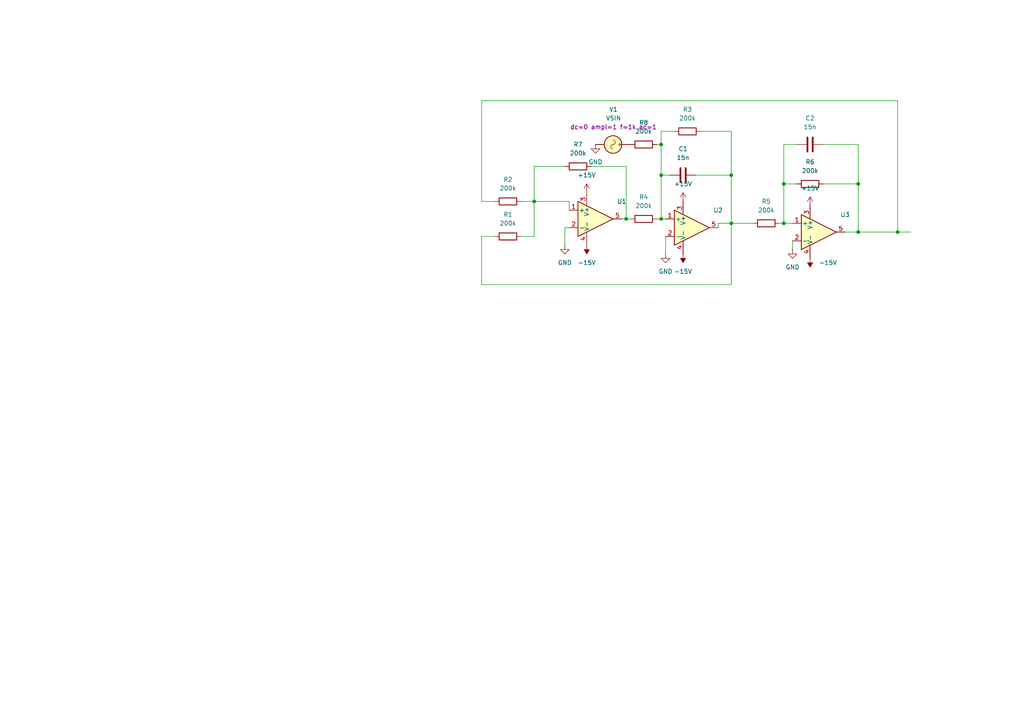
<source format=kicad_sch>
(kicad_sch (version 20231120) (generator "eeschema") (generator_version "8.0")
  (paper "A4")
  (lib_symbols
    (symbol "Device:C" (pin_numbers hide) (pin_names (offset 0.254))
      (property "Reference" "C" (at 0.635 2.54 0))
      (property "Value" "C" (at 0.635 -2.54 0))
      (symbol "C_0_1"
        (polyline (pts (xy -2.032 -0.762) (xy 2.032 -0.762)) (stroke (width 0.508)))
        (polyline (pts (xy -2.032 0.762) (xy 2.032 0.762)) (stroke (width 0.508)))
      )
      (symbol "C_1_1"
        (pin passive line (at 0 3.81 270) (length 2.794) (name "~") (number "1"))
        (pin passive line (at 0 -3.81 90) (length 2.794) (name "~") (number "2"))
      )
    )
    (symbol "Device:R" (pin_numbers hide) (pin_names (offset 0))
      (property "Reference" "R" (at 2.032 0 90))
      (property "Value" "R" (at 0 0 90))
      (symbol "R_0_1"
        (rectangle (start -1.016 -2.54) (end 1.016 2.54) (stroke (width 0.254)))
      )
      (symbol "R_1_1"
        (pin passive line (at 0 3.81 270) (length 1.27) (name "~") (number "1"))
        (pin passive line (at 0 -3.81 90) (length 1.27) (name "~") (number "2"))
      )
    )
    (symbol "Simulation_SPICE:OPAMP" (pin_names (offset 0.254))
      (property "Reference" "U" (at 3.81 3.175 0))
      (property "Value" "${SIM.PARAMS}" (at 3.81 -3.175 0))
      (symbol "OPAMP_0_1"
        (polyline (pts (xy 5.08 0) (xy -5.08 5.08) (xy -5.08 -5.08) (xy 5.08 0)) (stroke (width 0.254)) (fill (type background)))
      )
      (symbol "OPAMP_1_1"
        (pin input line (at -7.62 2.54 0) (length 2.54) (name "+") (number "1"))
        (pin input line (at -7.62 -2.54 0) (length 2.54) (name "-") (number "2"))
        (pin power_in line (at -2.54 7.62 270) (length 3.81) (name "V+") (number "3"))
        (pin power_in line (at -2.54 -7.62 90) (length 3.81) (name "V-") (number "4"))
        (pin output line (at 7.62 0 180) (length 2.54) (name "~") (number "5"))
      )
    )
    (symbol "Simulation_SPICE:VSIN" (pin_numbers hide) (pin_names (offset 0.0254))
      (property "Reference" "V" (at 2.54 2.54 0))
      (property "Value" "VSIN" (at 2.54 0 0))
      (property "Sim.Params" "dc=0 ampl=1 f=1k ac=1" (at 2.54 -2.54 0))
      (symbol "VSIN_0_0"
        (arc (start 0 0) (mid -0.635 0.6323) (end -1.27 0))
        (arc (start 0 0) (mid 0.635 -0.6323) (end 1.27 0))
        (text "+" (at 0 1.905 0) (effects (font (size 1.27 1.27))))
      )
      (symbol "VSIN_0_1"
        (circle (center 0 0) (radius 2.54) (stroke (width 0.254)) (fill (type background)))
      )
      (symbol "VSIN_1_1"
        (pin passive line (at 0 5.08 270) (length 2.54) (name "~") (number "1"))
        (pin passive line (at 0 -5.08 90) (length 2.54) (name "~") (number "2"))
      )
    )
    (symbol "power:+15V" (power) (pin_numbers hide) (pin_names (offset 0) hide)
      (property "Value" "+15V" (at 0 3.556 0))
      (symbol "+15V_0_1"
        (polyline (pts (xy -0.762 1.27) (xy 0 2.54)))
        (polyline (pts (xy 0 0) (xy 0 2.54)))
        (polyline (pts (xy 0 2.54) (xy 0.762 1.27)))
      )
      (symbol "+15V_1_1"
        (pin power_in line (at 0 0 90) (length 0) (name "~") (number "1"))
      )
    )
    (symbol "power:-15V" (power) (pin_numbers hide) (pin_names (offset 0) hide)
      (property "Value" "-15V" (at 0 3.556 0))
      (symbol "-15V_0_0"
        (pin power_in line (at 0 0 90) (length 0) (name "~") (number "1"))
      )
      (symbol "-15V_0_1"
        (polyline (pts (xy 0 0) (xy 0 1.27) (xy 0.762 1.27) (xy 0 2.54) (xy -0.762 1.27) (xy 0 1.27)) (fill (type outline)))
      )
    )
    (symbol "power:GND" (power) (pin_numbers hide) (pin_names (offset 0) hide)
      (property "Value" "GND" (at 0 -3.81 0))
      (symbol "GND_0_1"
        (polyline (pts (xy 0 0) (xy 0 -1.27) (xy 1.27 -1.27) (xy 0 -2.54) (xy -1.27 -1.27) (xy 0 -1.27)))
      )
      (symbol "GND_1_1"
        (pin power_in line (at 0 0 270) (length 0) (name "~") (number "1"))
      )
    )
  )
  (junction (at 191.77 63.5))
  (junction (at 181.61 63.5))
  (junction (at 260.35 67.31))
  (junction (at 191.77 41.91))
  (junction (at 212.09 50.8))
  (junction (at 227.33 53.34))
  (junction (at 154.94 58.42))
  (junction (at 248.92 67.31))
  (junction (at 248.92 53.34))
  (junction (at 227.33 64.77))
  (junction (at 191.77 50.8))
  (junction (at 212.09 64.77))
  (wire (pts (xy 181.61 48.26) (xy 181.61 63.5)))
  (wire (pts (xy 181.61 63.5) (xy 182.88 63.5)))
  (wire (pts (xy 190.5 63.5) (xy 191.77 63.5)))
  (wire (pts (xy 231.14 41.91) (xy 227.33 41.91)))
  (wire (pts (xy 248.92 53.34) (xy 248.92 67.31)))
  (wire (pts (xy 193.04 73.66) (xy 193.04 68.58)))
  (wire (pts (xy 191.77 50.8) (xy 194.31 50.8)))
  (wire (pts (xy 195.58 38.1) (xy 191.77 38.1)))
  (wire (pts (xy 212.09 64.77) (xy 218.44 64.77)))
  (wire (pts (xy 154.94 58.42) (xy 154.94 48.26)))
  (wire (pts (xy 139.7 29.21) (xy 139.7 58.42)))
  (wire (pts (xy 191.77 38.1) (xy 191.77 41.91)))
  (wire (pts (xy 227.33 53.34) (xy 227.33 64.77)))
  (wire (pts (xy 163.83 66.04) (xy 163.83 71.12)))
  (wire (pts (xy 171.45 48.26) (xy 181.61 48.26)))
  (wire (pts (xy 248.92 67.31) (xy 260.35 67.31)))
  (wire (pts (xy 201.93 50.8) (xy 212.09 50.8)))
  (wire (pts (xy 165.1 58.42) (xy 165.1 60.96)))
  (wire (pts (xy 139.7 68.58) (xy 143.51 68.58)))
  (wire (pts (xy 190.5 41.91) (xy 191.77 41.91)))
  (wire (pts (xy 212.09 38.1) (xy 212.09 50.8)))
  (wire (pts (xy 139.7 58.42) (xy 143.51 58.42)))
  (wire (pts (xy 227.33 41.91) (xy 227.33 53.34)))
  (wire (pts (xy 151.13 58.42) (xy 154.94 58.42)))
  (wire (pts (xy 212.09 82.55) (xy 139.7 82.55)))
  (wire (pts (xy 208.28 64.77) (xy 208.28 66.04)))
  (wire (pts (xy 203.2 38.1) (xy 212.09 38.1)))
  (wire (pts (xy 154.94 58.42) (xy 165.1 58.42)))
  (wire (pts (xy 154.94 68.58) (xy 151.13 68.58)))
  (wire (pts (xy 238.76 53.34) (xy 248.92 53.34)))
  (wire (pts (xy 154.94 58.42) (xy 154.94 68.58)))
  (wire (pts (xy 227.33 64.77) (xy 229.87 64.77)))
  (wire (pts (xy 191.77 50.8) (xy 191.77 63.5)))
  (wire (pts (xy 212.09 64.77) (xy 212.09 82.55)))
  (wire (pts (xy 165.1 66.04) (xy 163.83 66.04)))
  (wire (pts (xy 260.35 67.31) (xy 264.16 67.31)))
  (wire (pts (xy 180.34 63.5) (xy 181.61 63.5)))
  (wire (pts (xy 154.94 48.26) (xy 163.83 48.26)))
  (wire (pts (xy 260.35 29.21) (xy 139.7 29.21)))
  (wire (pts (xy 139.7 82.55) (xy 139.7 68.58)))
  (wire (pts (xy 227.33 53.34) (xy 231.14 53.34)))
  (wire (pts (xy 248.92 41.91) (xy 248.92 53.34)))
  (wire (pts (xy 191.77 63.5) (xy 193.04 63.5)))
  (wire (pts (xy 212.09 64.77) (xy 208.28 64.77)))
  (wire (pts (xy 226.06 64.77) (xy 227.33 64.77)))
  (wire (pts (xy 248.92 67.31) (xy 245.11 67.31)))
  (wire (pts (xy 238.76 41.91) (xy 248.92 41.91)))
  (wire (pts (xy 260.35 67.31) (xy 260.35 29.21)))
  (wire (pts (xy 191.77 41.91) (xy 191.77 50.8)))
  (wire (pts (xy 212.09 50.8) (xy 212.09 64.77)))
  (wire (pts (xy 229.87 69.85) (xy 229.87 72.39)))
  (symbol (lib_id "Simulation_SPICE:OPAMP") (at 200.66 66.04 0) (unit 1)
    (property "Reference" "U2" (at 208.28 60.9914 0))
    (property "Value" "${SIM.PARAMS}" (at 208.28 62.8965 0))
    (property "Datasheet" "https://ngspice.sourceforge.io/docs/ngspice-html-manual/manual.xhtml#sec__SUBCKT_Subcircuits" (effects (hide yes)))
    (property "Description" "Operational amplifier, single, node sequence=1:+ 2:- 3:OUT 4:V+ 5:V-" (effects (hide yes)))
    (property "Sim.Pins" "1=in+ 2=in- 3=vcc 4=vee 5=out" (effects (hide yes)))
    (property "Sim.Device" "SUBCKT" (effects (hide yes)))
    (property "Sim.Library" "${KICAD8_SYMBOL_DIR}/Simulation_SPICE.sp" (effects (hide yes)))
    (property "Sim.Name" "kicad_builtin_opamp" (effects (hide yes)))
  )
  (symbol (lib_id "power:-15V") (at 198.12 73.66 180) (unit 1)
    (property "Reference" "#PWR07" (effects (hide yes)))
    (property "Value" "-15V" (at 198.12 78.74 0))
    (property "Description" "Power symbol creates a global label with name \"-15V\"" (effects (hide yes)))
  )
  (symbol (lib_id "power:-15V") (at 234.95 74.93 180) (unit 1)
    (property "Reference" "#PWR08" (effects (hide yes)))
    (property "Value" "-15V" (at 237.49 76.1999 0) (effects (justify right)))
    (property "Description" "Power symbol creates a global label with name \"-15V\"" (effects (hide yes)))
  )
  (symbol (lib_id "power:GND") (at 229.87 72.39 0) (unit 1)
    (property "Reference" "#PWR03" (effects (hide yes)))
    (property "Value" "GND" (at 229.87 77.47 0))
    (property "Description" "Power symbol creates a global label with name \"GND\" , ground" (effects (hide yes)))
  )
  (symbol (lib_id "power:+15V") (at 234.95 59.69 0) (unit 1)
    (property "Reference" "#PWR010" (effects (hide yes)))
    (property "Value" "+15V" (at 234.95 54.61 0))
    (property "Description" "Power symbol creates a global label with name \"+15V\"" (effects (hide yes)))
  )
  (symbol (lib_id "Device:R") (at 167.64 48.26 90) (unit 1)
    (property "Reference" "R7" (at 167.64 41.91 90))
    (property "Value" "200k" (at 167.64 44.45 90))
    (property "Description" "Resistor" (effects (hide yes)))
    (property "Sim.Device" "R" (effects (hide yes)))
    (property "Sim.Type" "=" (effects (hide yes)))
    (property "Sim.Params" "r=R" (effects (hide yes)))
    (property "Sim.Pins" "1=+ 2=-" (effects (hide yes)))
  )
  (symbol (lib_id "Device:R") (at 199.39 38.1 90) (unit 1)
    (property "Reference" "R3" (at 199.39 31.75 90))
    (property "Value" "200k" (at 199.39 34.29 90))
    (property "Description" "Resistor" (effects (hide yes)))
    (property "Sim.Device" "R" (effects (hide yes)))
    (property "Sim.Type" "=" (effects (hide yes)))
    (property "Sim.Params" "r=R" (effects (hide yes)))
    (property "Sim.Pins" "1=+ 2=-" (effects (hide yes)))
  )
  (symbol (lib_id "Device:R") (at 147.32 68.58 90) (unit 1)
    (property "Reference" "R1" (at 147.32 62.23 90))
    (property "Value" "200k" (at 147.32 64.77 90))
    (property "Description" "Resistor" (effects (hide yes)))
    (property "Sim.Device" "R" (effects (hide yes)))
    (property "Sim.Type" "=" (effects (hide yes)))
    (property "Sim.Params" "r=R" (effects (hide yes)))
    (property "Sim.Pins" "1=+ 2=-" (effects (hide yes)))
  )
  (symbol (lib_id "power:GND") (at 193.04 73.66 0) (unit 1)
    (property "Reference" "#PWR02" (effects (hide yes)))
    (property "Value" "GND" (at 193.04 78.74 0))
    (property "Description" "Power symbol creates a global label with name \"GND\" , ground" (effects (hide yes)))
  )
  (symbol (lib_id "Device:R") (at 186.69 41.91 90) (unit 1)
    (property "Reference" "R8" (at 186.69 35.56 90))
    (property "Value" "200k" (at 186.69 38.1 90))
    (property "Description" "Resistor" (effects (hide yes)))
    (property "Sim.Device" "R" (effects (hide yes)))
    (property "Sim.Type" "=" (effects (hide yes)))
    (property "Sim.Params" "r=R" (effects (hide yes)))
    (property "Sim.Pins" "1=+ 2=-" (effects (hide yes)))
  )
  (symbol (lib_id "power:+15V") (at 170.18 55.88 0) (unit 1)
    (property "Reference" "#PWR05" (effects (hide yes)))
    (property "Value" "+15V" (at 170.18 50.8 0))
    (property "Description" "Power symbol creates a global label with name \"+15V\"" (effects (hide yes)))
  )
  (symbol (lib_id "Device:R") (at 147.32 58.42 90) (unit 1)
    (property "Reference" "R2" (at 147.32 52.07 90))
    (property "Value" "200k" (at 147.32 54.61 90))
    (property "Description" "Resistor" (effects (hide yes)))
    (property "Sim.Device" "R" (effects (hide yes)))
    (property "Sim.Type" "=" (effects (hide yes)))
    (property "Sim.Params" "r=R" (effects (hide yes)))
    (property "Sim.Pins" "1=+ 2=-" (effects (hide yes)))
  )
  (symbol (lib_id "power:-15V") (at 170.18 71.12 180) (unit 1)
    (property "Reference" "#PWR06" (effects (hide yes)))
    (property "Value" "-15V" (at 170.18 76.2 0))
    (property "Description" "Power symbol creates a global label with name \"-15V\"" (effects (hide yes)))
  )
  (symbol (lib_id "Device:C") (at 198.12 50.8 270) (unit 1)
    (property "Reference" "C1" (at 198.12 43.18 90))
    (property "Value" "15n" (at 198.12 45.72 90))
    (property "Description" "Unpolarized capacitor" (effects (hide yes)))
    (property "Sim.Device" "C" (effects (hide yes)))
    (property "Sim.Pins" "1=+ 2=-" (effects (hide yes)))
  )
  (symbol (lib_id "power:GND") (at 163.83 71.12 0) (unit 1)
    (property "Reference" "#PWR01" (effects (hide yes)))
    (property "Value" "GND" (at 163.83 76.2 0))
    (property "Description" "Power symbol creates a global label with name \"GND\" , ground" (effects (hide yes)))
  )
  (symbol (lib_id "Simulation_SPICE:VSIN") (at 177.8 41.91 270) (unit 1)
    (property "Reference" "V1" (at 177.9298 31.75 90))
    (property "Value" "VSIN" (at 177.9298 34.29 90))
    (property "Datasheet" "https://ngspice.sourceforge.io/docs/ngspice-html-manual/manual.xhtml#sec_Independent_Sources_for" (effects (hide yes)))
    (property "Description" "Voltage source, sinusoidal" (effects (hide yes)))
    (property "Sim.Pins" "1=+ 2=-" (effects (hide yes)))
    (property "Sim.Params" "dc=0 ampl=1 f=1k ac=1" (at 177.9298 36.83 90))
    (property "Sim.Type" "SIN" (effects (hide yes)))
    (property "Sim.Device" "V" (effects (hide yes)))
  )
  (symbol (lib_id "Device:R") (at 186.69 63.5 90) (unit 1)
    (property "Reference" "R4" (at 186.69 57.15 90))
    (property "Value" "200k" (at 186.69 59.69 90))
    (property "Description" "Resistor" (effects (hide yes)))
    (property "Sim.Device" "R" (effects (hide yes)))
    (property "Sim.Type" "=" (effects (hide yes)))
    (property "Sim.Params" "r=R" (effects (hide yes)))
    (property "Sim.Pins" "1=+ 2=-" (effects (hide yes)))
  )
  (symbol (lib_id "Device:R") (at 222.25 64.77 90) (unit 1)
    (property "Reference" "R5" (at 222.25 58.42 90))
    (property "Value" "200k" (at 222.25 60.96 90))
    (property "Description" "Resistor" (effects (hide yes)))
    (property "Sim.Device" "R" (effects (hide yes)))
    (property "Sim.Type" "=" (effects (hide yes)))
    (property "Sim.Params" "r=R" (effects (hide yes)))
    (property "Sim.Pins" "1=+ 2=-" (effects (hide yes)))
  )
  (symbol (lib_id "Simulation_SPICE:OPAMP") (at 237.49 67.31 0) (unit 1)
    (property "Reference" "U3" (at 245.11 62.2614 0))
    (property "Value" "${SIM.PARAMS}" (at 245.11 64.1665 0))
    (property "Datasheet" "https://ngspice.sourceforge.io/docs/ngspice-html-manual/manual.xhtml#sec__SUBCKT_Subcircuits" (effects (hide yes)))
    (property "Description" "Operational amplifier, single, node sequence=1:+ 2:- 3:OUT 4:V+ 5:V-" (effects (hide yes)))
    (property "Sim.Pins" "1=in+ 2=in- 3=vcc 4=vee 5=out" (effects (hide yes)))
    (property "Sim.Device" "SUBCKT" (effects (hide yes)))
    (property "Sim.Library" "${KICAD8_SYMBOL_DIR}/Simulation_SPICE.sp" (effects (hide yes)))
    (property "Sim.Name" "kicad_builtin_opamp" (effects (hide yes)))
  )
  (symbol (lib_id "power:+15V") (at 198.12 58.42 0) (unit 1)
    (property "Reference" "#PWR09" (effects (hide yes)))
    (property "Value" "+15V" (at 198.12 53.34 0))
    (property "Description" "Power symbol creates a global label with name \"+15V\"" (effects (hide yes)))
  )
  (symbol (lib_id "Device:R") (at 234.95 53.34 90) (unit 1)
    (property "Reference" "R6" (at 234.95 46.99 90))
    (property "Value" "200k" (at 234.95 49.53 90))
    (property "Description" "Resistor" (effects (hide yes)))
    (property "Sim.Device" "R" (effects (hide yes)))
    (property "Sim.Type" "=" (effects (hide yes)))
    (property "Sim.Params" "r=R" (effects (hide yes)))
    (property "Sim.Pins" "1=+ 2=-" (effects (hide yes)))
  )
  (symbol (lib_id "power:GND") (at 172.72 41.91 0) (unit 1)
    (property "Reference" "#PWR04" (effects (hide yes)))
    (property "Value" "GND" (at 172.72 46.99 0))
    (property "Description" "Power symbol creates a global label with name \"GND\" , ground" (effects (hide yes)))
  )
  (symbol (lib_id "Simulation_SPICE:OPAMP") (at 172.72 63.5 0) (unit 1)
    (property "Reference" "U1" (at 180.34 58.4514 0))
    (property "Value" "${SIM.PARAMS}" (at 180.34 60.3565 0))
    (property "Datasheet" "https://ngspice.sourceforge.io/docs/ngspice-html-manual/manual.xhtml#sec__SUBCKT_Subcircuits" (effects (hide yes)))
    (property "Description" "Operational amplifier, single, node sequence=1:+ 2:- 3:OUT 4:V+ 5:V-" (effects (hide yes)))
    (property "Sim.Pins" "1=in+ 2=in- 3=vcc 4=vee 5=out" (effects (hide yes)))
    (property "Sim.Device" "SUBCKT" (effects (hide yes)))
    (property "Sim.Library" "${KICAD8_SYMBOL_DIR}/Simulation_SPICE.sp" (effects (hide yes)))
    (property "Sim.Name" "kicad_builtin_opamp" (effects (hide yes)))
  )
  (symbol (lib_id "Device:C") (at 234.95 41.91 270) (unit 1)
    (property "Reference" "C2" (at 234.95 34.29 90))
    (property "Value" "15n" (at 234.95 36.83 90))
    (property "Description" "Unpolarized capacitor" (effects (hide yes)))
    (property "Sim.Device" "C" (effects (hide yes)))
    (property "Sim.Pins" "1=+ 2=-" (effects (hide yes)))
  )
)
</source>
